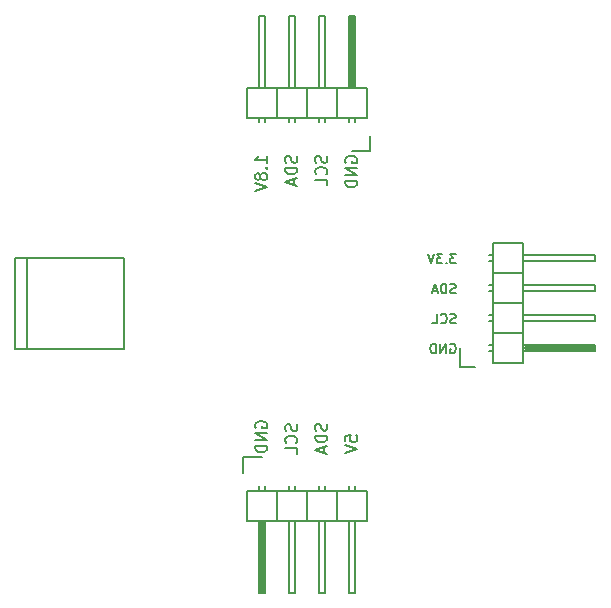
<source format=gbr>
G04 #@! TF.FileFunction,Legend,Bot*
%FSLAX46Y46*%
G04 Gerber Fmt 4.6, Leading zero omitted, Abs format (unit mm)*
G04 Created by KiCad (PCBNEW 4.0.2+dfsg1-stable) date Thu 18 Aug 2016 03:04:42 AM CEST*
%MOMM*%
G01*
G04 APERTURE LIST*
%ADD10C,0.100000*%
%ADD11C,0.200000*%
%ADD12C,0.150000*%
G04 APERTURE END LIST*
D10*
D11*
X123136476Y-86468000D02*
X123212667Y-86429905D01*
X123326952Y-86429905D01*
X123441238Y-86468000D01*
X123517429Y-86544190D01*
X123555524Y-86620381D01*
X123593619Y-86772762D01*
X123593619Y-86887048D01*
X123555524Y-87039429D01*
X123517429Y-87115619D01*
X123441238Y-87191810D01*
X123326952Y-87229905D01*
X123250762Y-87229905D01*
X123136476Y-87191810D01*
X123098381Y-87153714D01*
X123098381Y-86887048D01*
X123250762Y-86887048D01*
X122755524Y-87229905D02*
X122755524Y-86429905D01*
X122298381Y-87229905D01*
X122298381Y-86429905D01*
X121917429Y-87229905D02*
X121917429Y-86429905D01*
X121726953Y-86429905D01*
X121612667Y-86468000D01*
X121536476Y-86544190D01*
X121498381Y-86620381D01*
X121460286Y-86772762D01*
X121460286Y-86887048D01*
X121498381Y-87039429D01*
X121536476Y-87115619D01*
X121612667Y-87191810D01*
X121726953Y-87229905D01*
X121917429Y-87229905D01*
X123593619Y-84651810D02*
X123479333Y-84689905D01*
X123288857Y-84689905D01*
X123212667Y-84651810D01*
X123174571Y-84613714D01*
X123136476Y-84537524D01*
X123136476Y-84461333D01*
X123174571Y-84385143D01*
X123212667Y-84347048D01*
X123288857Y-84308952D01*
X123441238Y-84270857D01*
X123517429Y-84232762D01*
X123555524Y-84194667D01*
X123593619Y-84118476D01*
X123593619Y-84042286D01*
X123555524Y-83966095D01*
X123517429Y-83928000D01*
X123441238Y-83889905D01*
X123250762Y-83889905D01*
X123136476Y-83928000D01*
X122336476Y-84613714D02*
X122374571Y-84651810D01*
X122488857Y-84689905D01*
X122565047Y-84689905D01*
X122679333Y-84651810D01*
X122755524Y-84575619D01*
X122793619Y-84499429D01*
X122831714Y-84347048D01*
X122831714Y-84232762D01*
X122793619Y-84080381D01*
X122755524Y-84004190D01*
X122679333Y-83928000D01*
X122565047Y-83889905D01*
X122488857Y-83889905D01*
X122374571Y-83928000D01*
X122336476Y-83966095D01*
X121612666Y-84689905D02*
X121993619Y-84689905D01*
X121993619Y-83889905D01*
X123593619Y-82111810D02*
X123479333Y-82149905D01*
X123288857Y-82149905D01*
X123212667Y-82111810D01*
X123174571Y-82073714D01*
X123136476Y-81997524D01*
X123136476Y-81921333D01*
X123174571Y-81845143D01*
X123212667Y-81807048D01*
X123288857Y-81768952D01*
X123441238Y-81730857D01*
X123517429Y-81692762D01*
X123555524Y-81654667D01*
X123593619Y-81578476D01*
X123593619Y-81502286D01*
X123555524Y-81426095D01*
X123517429Y-81388000D01*
X123441238Y-81349905D01*
X123250762Y-81349905D01*
X123136476Y-81388000D01*
X122793619Y-82149905D02*
X122793619Y-81349905D01*
X122603143Y-81349905D01*
X122488857Y-81388000D01*
X122412666Y-81464190D01*
X122374571Y-81540381D01*
X122336476Y-81692762D01*
X122336476Y-81807048D01*
X122374571Y-81959429D01*
X122412666Y-82035619D01*
X122488857Y-82111810D01*
X122603143Y-82149905D01*
X122793619Y-82149905D01*
X122031714Y-81921333D02*
X121650762Y-81921333D01*
X122107905Y-82149905D02*
X121841238Y-81349905D01*
X121574571Y-82149905D01*
X123631714Y-78809905D02*
X123136476Y-78809905D01*
X123403143Y-79114667D01*
X123288857Y-79114667D01*
X123212667Y-79152762D01*
X123174571Y-79190857D01*
X123136476Y-79267048D01*
X123136476Y-79457524D01*
X123174571Y-79533714D01*
X123212667Y-79571810D01*
X123288857Y-79609905D01*
X123517429Y-79609905D01*
X123593619Y-79571810D01*
X123631714Y-79533714D01*
X122793619Y-79533714D02*
X122755524Y-79571810D01*
X122793619Y-79609905D01*
X122831714Y-79571810D01*
X122793619Y-79533714D01*
X122793619Y-79609905D01*
X122488857Y-78809905D02*
X121993619Y-78809905D01*
X122260286Y-79114667D01*
X122146000Y-79114667D01*
X122069810Y-79152762D01*
X122031714Y-79190857D01*
X121993619Y-79267048D01*
X121993619Y-79457524D01*
X122031714Y-79533714D01*
X122069810Y-79571810D01*
X122146000Y-79609905D01*
X122374572Y-79609905D01*
X122450762Y-79571810D01*
X122488857Y-79533714D01*
X121765048Y-78809905D02*
X121498381Y-79609905D01*
X121231714Y-78809905D01*
X107640381Y-71105905D02*
X107640381Y-70534476D01*
X107640381Y-70820190D02*
X106640381Y-70820190D01*
X106783238Y-70724952D01*
X106878476Y-70629714D01*
X106926095Y-70534476D01*
X107545143Y-71534476D02*
X107592762Y-71582095D01*
X107640381Y-71534476D01*
X107592762Y-71486857D01*
X107545143Y-71534476D01*
X107640381Y-71534476D01*
X107068952Y-72153523D02*
X107021333Y-72058285D01*
X106973714Y-72010666D01*
X106878476Y-71963047D01*
X106830857Y-71963047D01*
X106735619Y-72010666D01*
X106688000Y-72058285D01*
X106640381Y-72153523D01*
X106640381Y-72344000D01*
X106688000Y-72439238D01*
X106735619Y-72486857D01*
X106830857Y-72534476D01*
X106878476Y-72534476D01*
X106973714Y-72486857D01*
X107021333Y-72439238D01*
X107068952Y-72344000D01*
X107068952Y-72153523D01*
X107116571Y-72058285D01*
X107164190Y-72010666D01*
X107259429Y-71963047D01*
X107449905Y-71963047D01*
X107545143Y-72010666D01*
X107592762Y-72058285D01*
X107640381Y-72153523D01*
X107640381Y-72344000D01*
X107592762Y-72439238D01*
X107545143Y-72486857D01*
X107449905Y-72534476D01*
X107259429Y-72534476D01*
X107164190Y-72486857D01*
X107116571Y-72439238D01*
X107068952Y-72344000D01*
X106640381Y-72820190D02*
X107640381Y-73153523D01*
X106640381Y-73486857D01*
X110132762Y-70504476D02*
X110180381Y-70647333D01*
X110180381Y-70885429D01*
X110132762Y-70980667D01*
X110085143Y-71028286D01*
X109989905Y-71075905D01*
X109894667Y-71075905D01*
X109799429Y-71028286D01*
X109751810Y-70980667D01*
X109704190Y-70885429D01*
X109656571Y-70694952D01*
X109608952Y-70599714D01*
X109561333Y-70552095D01*
X109466095Y-70504476D01*
X109370857Y-70504476D01*
X109275619Y-70552095D01*
X109228000Y-70599714D01*
X109180381Y-70694952D01*
X109180381Y-70933048D01*
X109228000Y-71075905D01*
X110180381Y-71504476D02*
X109180381Y-71504476D01*
X109180381Y-71742571D01*
X109228000Y-71885429D01*
X109323238Y-71980667D01*
X109418476Y-72028286D01*
X109608952Y-72075905D01*
X109751810Y-72075905D01*
X109942286Y-72028286D01*
X110037524Y-71980667D01*
X110132762Y-71885429D01*
X110180381Y-71742571D01*
X110180381Y-71504476D01*
X109894667Y-72456857D02*
X109894667Y-72933048D01*
X110180381Y-72361619D02*
X109180381Y-72694952D01*
X110180381Y-73028286D01*
X112672762Y-70504476D02*
X112720381Y-70647333D01*
X112720381Y-70885429D01*
X112672762Y-70980667D01*
X112625143Y-71028286D01*
X112529905Y-71075905D01*
X112434667Y-71075905D01*
X112339429Y-71028286D01*
X112291810Y-70980667D01*
X112244190Y-70885429D01*
X112196571Y-70694952D01*
X112148952Y-70599714D01*
X112101333Y-70552095D01*
X112006095Y-70504476D01*
X111910857Y-70504476D01*
X111815619Y-70552095D01*
X111768000Y-70599714D01*
X111720381Y-70694952D01*
X111720381Y-70933048D01*
X111768000Y-71075905D01*
X112625143Y-72075905D02*
X112672762Y-72028286D01*
X112720381Y-71885429D01*
X112720381Y-71790191D01*
X112672762Y-71647333D01*
X112577524Y-71552095D01*
X112482286Y-71504476D01*
X112291810Y-71456857D01*
X112148952Y-71456857D01*
X111958476Y-71504476D01*
X111863238Y-71552095D01*
X111768000Y-71647333D01*
X111720381Y-71790191D01*
X111720381Y-71885429D01*
X111768000Y-72028286D01*
X111815619Y-72075905D01*
X112720381Y-72980667D02*
X112720381Y-72504476D01*
X111720381Y-72504476D01*
X114308000Y-71075905D02*
X114260381Y-70980667D01*
X114260381Y-70837810D01*
X114308000Y-70694952D01*
X114403238Y-70599714D01*
X114498476Y-70552095D01*
X114688952Y-70504476D01*
X114831810Y-70504476D01*
X115022286Y-70552095D01*
X115117524Y-70599714D01*
X115212762Y-70694952D01*
X115260381Y-70837810D01*
X115260381Y-70933048D01*
X115212762Y-71075905D01*
X115165143Y-71123524D01*
X114831810Y-71123524D01*
X114831810Y-70933048D01*
X115260381Y-71552095D02*
X114260381Y-71552095D01*
X115260381Y-72123524D01*
X114260381Y-72123524D01*
X115260381Y-72599714D02*
X114260381Y-72599714D01*
X114260381Y-72837809D01*
X114308000Y-72980667D01*
X114403238Y-73075905D01*
X114498476Y-73123524D01*
X114688952Y-73171143D01*
X114831810Y-73171143D01*
X115022286Y-73123524D01*
X115117524Y-73075905D01*
X115212762Y-72980667D01*
X115260381Y-72837809D01*
X115260381Y-72599714D01*
X114260381Y-94654762D02*
X114260381Y-94178571D01*
X114736571Y-94130952D01*
X114688952Y-94178571D01*
X114641333Y-94273809D01*
X114641333Y-94511905D01*
X114688952Y-94607143D01*
X114736571Y-94654762D01*
X114831810Y-94702381D01*
X115069905Y-94702381D01*
X115165143Y-94654762D01*
X115212762Y-94607143D01*
X115260381Y-94511905D01*
X115260381Y-94273809D01*
X115212762Y-94178571D01*
X115165143Y-94130952D01*
X114260381Y-94988095D02*
X115260381Y-95321428D01*
X114260381Y-95654762D01*
X106688000Y-93516286D02*
X106640381Y-93421048D01*
X106640381Y-93278191D01*
X106688000Y-93135333D01*
X106783238Y-93040095D01*
X106878476Y-92992476D01*
X107068952Y-92944857D01*
X107211810Y-92944857D01*
X107402286Y-92992476D01*
X107497524Y-93040095D01*
X107592762Y-93135333D01*
X107640381Y-93278191D01*
X107640381Y-93373429D01*
X107592762Y-93516286D01*
X107545143Y-93563905D01*
X107211810Y-93563905D01*
X107211810Y-93373429D01*
X107640381Y-93992476D02*
X106640381Y-93992476D01*
X107640381Y-94563905D01*
X106640381Y-94563905D01*
X107640381Y-95040095D02*
X106640381Y-95040095D01*
X106640381Y-95278190D01*
X106688000Y-95421048D01*
X106783238Y-95516286D01*
X106878476Y-95563905D01*
X107068952Y-95611524D01*
X107211810Y-95611524D01*
X107402286Y-95563905D01*
X107497524Y-95516286D01*
X107592762Y-95421048D01*
X107640381Y-95278190D01*
X107640381Y-95040095D01*
X112672762Y-93182952D02*
X112720381Y-93325809D01*
X112720381Y-93563905D01*
X112672762Y-93659143D01*
X112625143Y-93706762D01*
X112529905Y-93754381D01*
X112434667Y-93754381D01*
X112339429Y-93706762D01*
X112291810Y-93659143D01*
X112244190Y-93563905D01*
X112196571Y-93373428D01*
X112148952Y-93278190D01*
X112101333Y-93230571D01*
X112006095Y-93182952D01*
X111910857Y-93182952D01*
X111815619Y-93230571D01*
X111768000Y-93278190D01*
X111720381Y-93373428D01*
X111720381Y-93611524D01*
X111768000Y-93754381D01*
X112720381Y-94182952D02*
X111720381Y-94182952D01*
X111720381Y-94421047D01*
X111768000Y-94563905D01*
X111863238Y-94659143D01*
X111958476Y-94706762D01*
X112148952Y-94754381D01*
X112291810Y-94754381D01*
X112482286Y-94706762D01*
X112577524Y-94659143D01*
X112672762Y-94563905D01*
X112720381Y-94421047D01*
X112720381Y-94182952D01*
X112434667Y-95135333D02*
X112434667Y-95611524D01*
X112720381Y-95040095D02*
X111720381Y-95373428D01*
X112720381Y-95706762D01*
X110132762Y-93230571D02*
X110180381Y-93373428D01*
X110180381Y-93611524D01*
X110132762Y-93706762D01*
X110085143Y-93754381D01*
X109989905Y-93802000D01*
X109894667Y-93802000D01*
X109799429Y-93754381D01*
X109751810Y-93706762D01*
X109704190Y-93611524D01*
X109656571Y-93421047D01*
X109608952Y-93325809D01*
X109561333Y-93278190D01*
X109466095Y-93230571D01*
X109370857Y-93230571D01*
X109275619Y-93278190D01*
X109228000Y-93325809D01*
X109180381Y-93421047D01*
X109180381Y-93659143D01*
X109228000Y-93802000D01*
X110085143Y-94802000D02*
X110132762Y-94754381D01*
X110180381Y-94611524D01*
X110180381Y-94516286D01*
X110132762Y-94373428D01*
X110037524Y-94278190D01*
X109942286Y-94230571D01*
X109751810Y-94182952D01*
X109608952Y-94182952D01*
X109418476Y-94230571D01*
X109323238Y-94278190D01*
X109228000Y-94373428D01*
X109180381Y-94516286D01*
X109180381Y-94611524D01*
X109228000Y-94754381D01*
X109275619Y-94802000D01*
X110180381Y-95706762D02*
X110180381Y-95230571D01*
X109180381Y-95230571D01*
D12*
X105638000Y-96022000D02*
X107188000Y-96022000D01*
X105638000Y-97322000D02*
X105638000Y-96022000D01*
X107061000Y-101513000D02*
X107061000Y-107355000D01*
X107061000Y-107355000D02*
X107315000Y-107355000D01*
X107315000Y-107355000D02*
X107315000Y-101513000D01*
X107315000Y-101513000D02*
X107188000Y-101513000D01*
X107188000Y-101513000D02*
X107188000Y-107355000D01*
X106934000Y-98846000D02*
X106934000Y-98465000D01*
X107442000Y-98846000D02*
X107442000Y-98465000D01*
X109474000Y-98846000D02*
X109474000Y-98465000D01*
X109982000Y-98846000D02*
X109982000Y-98465000D01*
X112014000Y-98846000D02*
X112014000Y-98465000D01*
X112522000Y-98846000D02*
X112522000Y-98465000D01*
X115062000Y-98846000D02*
X115062000Y-98465000D01*
X114554000Y-98846000D02*
X114554000Y-98465000D01*
X105918000Y-98846000D02*
X105918000Y-101386000D01*
X108458000Y-98846000D02*
X108458000Y-101386000D01*
X108458000Y-98846000D02*
X110998000Y-98846000D01*
X110998000Y-98846000D02*
X110998000Y-101386000D01*
X109474000Y-101386000D02*
X109474000Y-107482000D01*
X109474000Y-107482000D02*
X109982000Y-107482000D01*
X109982000Y-107482000D02*
X109982000Y-101386000D01*
X110998000Y-101386000D02*
X108458000Y-101386000D01*
X108458000Y-101386000D02*
X105918000Y-101386000D01*
X107442000Y-107482000D02*
X107442000Y-101386000D01*
X106934000Y-107482000D02*
X107442000Y-107482000D01*
X106934000Y-101386000D02*
X106934000Y-107482000D01*
X108458000Y-98846000D02*
X108458000Y-101386000D01*
X105918000Y-98846000D02*
X108458000Y-98846000D01*
X113538000Y-98846000D02*
X113538000Y-101386000D01*
X113538000Y-98846000D02*
X116078000Y-98846000D01*
X116078000Y-98846000D02*
X116078000Y-101386000D01*
X114554000Y-101386000D02*
X114554000Y-107482000D01*
X114554000Y-107482000D02*
X115062000Y-107482000D01*
X115062000Y-107482000D02*
X115062000Y-101386000D01*
X116078000Y-101386000D02*
X113538000Y-101386000D01*
X113538000Y-101386000D02*
X110998000Y-101386000D01*
X112522000Y-107482000D02*
X112522000Y-101386000D01*
X112014000Y-107482000D02*
X112522000Y-107482000D01*
X112014000Y-101386000D02*
X112014000Y-107482000D01*
X113538000Y-98846000D02*
X113538000Y-101386000D01*
X110998000Y-98846000D02*
X113538000Y-98846000D01*
X110998000Y-98846000D02*
X110998000Y-101386000D01*
X87332820Y-86850640D02*
X87332820Y-79149360D01*
X86332060Y-86850640D02*
X86332060Y-79149360D01*
X86332060Y-79149360D02*
X95531940Y-79149360D01*
X95531940Y-79149360D02*
X95531940Y-86850640D01*
X95531940Y-86850640D02*
X86332060Y-86850640D01*
X123970000Y-88360000D02*
X123970000Y-86810000D01*
X125270000Y-88360000D02*
X123970000Y-88360000D01*
X129461000Y-86937000D02*
X135303000Y-86937000D01*
X135303000Y-86937000D02*
X135303000Y-86683000D01*
X135303000Y-86683000D02*
X129461000Y-86683000D01*
X129461000Y-86683000D02*
X129461000Y-86810000D01*
X129461000Y-86810000D02*
X135303000Y-86810000D01*
X126794000Y-87064000D02*
X126413000Y-87064000D01*
X126794000Y-86556000D02*
X126413000Y-86556000D01*
X126794000Y-84524000D02*
X126413000Y-84524000D01*
X126794000Y-84016000D02*
X126413000Y-84016000D01*
X126794000Y-81984000D02*
X126413000Y-81984000D01*
X126794000Y-81476000D02*
X126413000Y-81476000D01*
X126794000Y-78936000D02*
X126413000Y-78936000D01*
X126794000Y-79444000D02*
X126413000Y-79444000D01*
X126794000Y-88080000D02*
X129334000Y-88080000D01*
X126794000Y-85540000D02*
X129334000Y-85540000D01*
X126794000Y-85540000D02*
X126794000Y-83000000D01*
X126794000Y-83000000D02*
X129334000Y-83000000D01*
X129334000Y-84524000D02*
X135430000Y-84524000D01*
X135430000Y-84524000D02*
X135430000Y-84016000D01*
X135430000Y-84016000D02*
X129334000Y-84016000D01*
X129334000Y-83000000D02*
X129334000Y-85540000D01*
X129334000Y-85540000D02*
X129334000Y-88080000D01*
X135430000Y-86556000D02*
X129334000Y-86556000D01*
X135430000Y-87064000D02*
X135430000Y-86556000D01*
X129334000Y-87064000D02*
X135430000Y-87064000D01*
X126794000Y-85540000D02*
X129334000Y-85540000D01*
X126794000Y-88080000D02*
X126794000Y-85540000D01*
X126794000Y-80460000D02*
X129334000Y-80460000D01*
X126794000Y-80460000D02*
X126794000Y-77920000D01*
X126794000Y-77920000D02*
X129334000Y-77920000D01*
X129334000Y-79444000D02*
X135430000Y-79444000D01*
X135430000Y-79444000D02*
X135430000Y-78936000D01*
X135430000Y-78936000D02*
X129334000Y-78936000D01*
X129334000Y-77920000D02*
X129334000Y-80460000D01*
X129334000Y-80460000D02*
X129334000Y-83000000D01*
X135430000Y-81476000D02*
X129334000Y-81476000D01*
X135430000Y-81984000D02*
X135430000Y-81476000D01*
X129334000Y-81984000D02*
X135430000Y-81984000D01*
X126794000Y-80460000D02*
X129334000Y-80460000D01*
X126794000Y-83000000D02*
X126794000Y-80460000D01*
X126794000Y-83000000D02*
X129334000Y-83000000D01*
X116360000Y-70090000D02*
X114810000Y-70090000D01*
X116360000Y-68790000D02*
X116360000Y-70090000D01*
X114937000Y-64599000D02*
X114937000Y-58757000D01*
X114937000Y-58757000D02*
X114683000Y-58757000D01*
X114683000Y-58757000D02*
X114683000Y-64599000D01*
X114683000Y-64599000D02*
X114810000Y-64599000D01*
X114810000Y-64599000D02*
X114810000Y-58757000D01*
X115064000Y-67266000D02*
X115064000Y-67647000D01*
X114556000Y-67266000D02*
X114556000Y-67647000D01*
X112524000Y-67266000D02*
X112524000Y-67647000D01*
X112016000Y-67266000D02*
X112016000Y-67647000D01*
X109984000Y-67266000D02*
X109984000Y-67647000D01*
X109476000Y-67266000D02*
X109476000Y-67647000D01*
X106936000Y-67266000D02*
X106936000Y-67647000D01*
X107444000Y-67266000D02*
X107444000Y-67647000D01*
X116080000Y-67266000D02*
X116080000Y-64726000D01*
X113540000Y-67266000D02*
X113540000Y-64726000D01*
X113540000Y-67266000D02*
X111000000Y-67266000D01*
X111000000Y-67266000D02*
X111000000Y-64726000D01*
X112524000Y-64726000D02*
X112524000Y-58630000D01*
X112524000Y-58630000D02*
X112016000Y-58630000D01*
X112016000Y-58630000D02*
X112016000Y-64726000D01*
X111000000Y-64726000D02*
X113540000Y-64726000D01*
X113540000Y-64726000D02*
X116080000Y-64726000D01*
X114556000Y-58630000D02*
X114556000Y-64726000D01*
X115064000Y-58630000D02*
X114556000Y-58630000D01*
X115064000Y-64726000D02*
X115064000Y-58630000D01*
X113540000Y-67266000D02*
X113540000Y-64726000D01*
X116080000Y-67266000D02*
X113540000Y-67266000D01*
X108460000Y-67266000D02*
X108460000Y-64726000D01*
X108460000Y-67266000D02*
X105920000Y-67266000D01*
X105920000Y-67266000D02*
X105920000Y-64726000D01*
X107444000Y-64726000D02*
X107444000Y-58630000D01*
X107444000Y-58630000D02*
X106936000Y-58630000D01*
X106936000Y-58630000D02*
X106936000Y-64726000D01*
X105920000Y-64726000D02*
X108460000Y-64726000D01*
X108460000Y-64726000D02*
X111000000Y-64726000D01*
X109476000Y-58630000D02*
X109476000Y-64726000D01*
X109984000Y-58630000D02*
X109476000Y-58630000D01*
X109984000Y-64726000D02*
X109984000Y-58630000D01*
X108460000Y-67266000D02*
X108460000Y-64726000D01*
X111000000Y-67266000D02*
X108460000Y-67266000D01*
X111000000Y-67266000D02*
X111000000Y-64726000D01*
M02*

</source>
